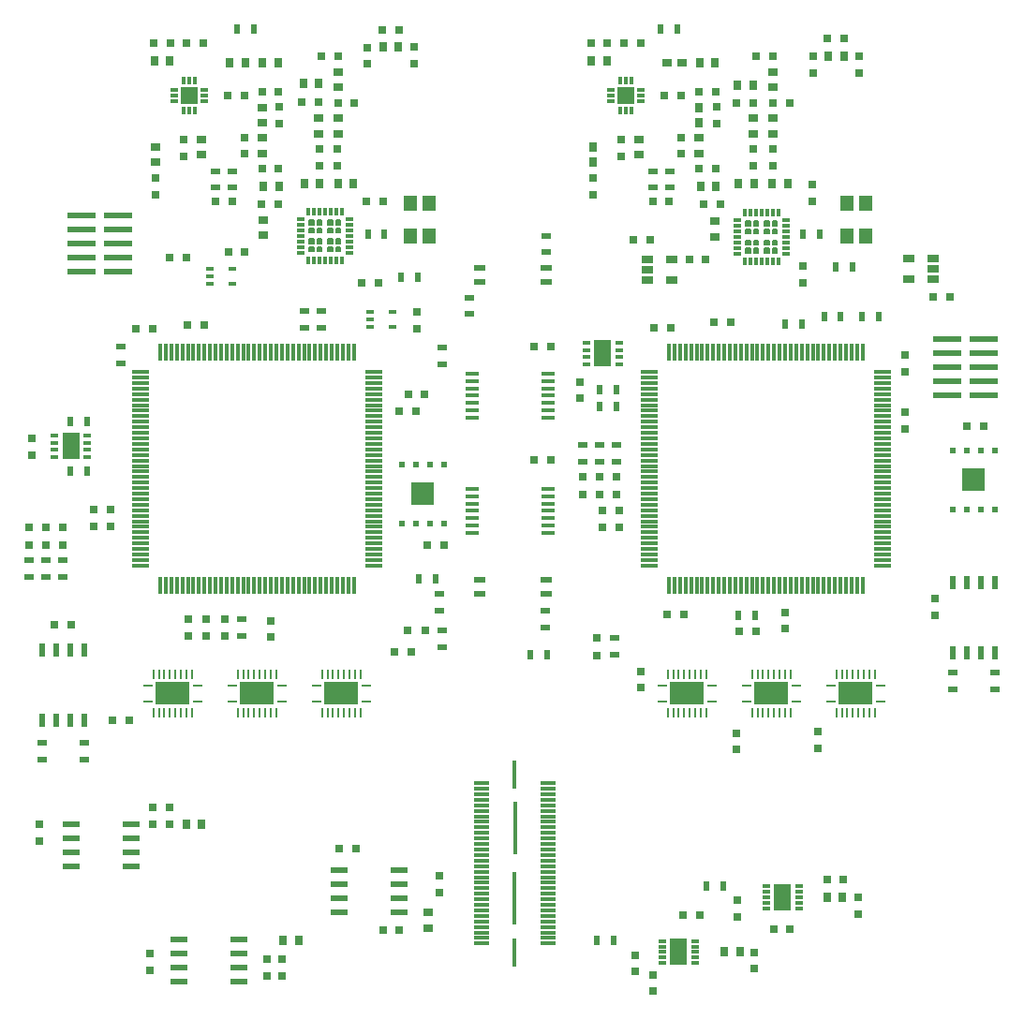
<source format=gbr>
G04 #@! TF.GenerationSoftware,KiCad,Pcbnew,no-vcs-found*
G04 #@! TF.CreationDate,2018-11-14T20:53:14-06:00*
G04 #@! TF.ProjectId,rtihu,72746968752E6B696361645F70636200,rev?*
G04 #@! TF.SameCoordinates,Original
G04 #@! TF.FileFunction,Paste,Top*
G04 #@! TF.FilePolarity,Positive*
%FSLAX46Y46*%
G04 Gerber Fmt 4.6, Leading zero omitted, Abs format (unit mm)*
G04 Created by KiCad (PCBNEW no-vcs-found) date Wed Nov 14 20:53:14 2018*
%MOMM*%
%LPD*%
G01*
G04 APERTURE LIST*
%ADD10C,0.100000*%
%ADD11C,0.150000*%
%ADD12R,0.650000X0.350000*%
%ADD13R,0.350000X0.650000*%
%ADD14R,1.600000X1.600000*%
%ADD15R,0.700000X0.300000*%
%ADD16R,0.300000X0.700000*%
%ADD17R,0.430000X2.540000*%
%ADD18R,0.430000X4.700000*%
%ADD19R,1.450000X0.305000*%
%ADD20R,1.200000X1.400000*%
%ADD21R,0.300000X1.600000*%
%ADD22R,1.600000X0.300000*%
%ADD23R,0.850000X0.280000*%
%ADD24R,0.280000X0.850000*%
%ADD25R,3.050000X2.050000*%
%ADD26R,0.500000X0.600000*%
%ADD27R,2.000000X2.000000*%
%ADD28R,0.800000X0.750000*%
%ADD29R,0.750000X0.800000*%
%ADD30R,0.800000X0.800000*%
%ADD31R,0.700000X0.900000*%
%ADD32R,0.900000X0.700000*%
%ADD33R,0.500000X0.900000*%
%ADD34R,0.900000X0.500000*%
%ADD35R,0.508000X1.143000*%
%ADD36R,0.700000X0.350000*%
%ADD37R,1.580000X2.350000*%
%ADD38R,1.200000X0.400000*%
%ADD39R,1.060000X0.650000*%
%ADD40R,0.660400X0.406400*%
%ADD41R,1.000000X0.500000*%
%ADD42R,1.550000X0.600000*%
%ADD43R,2.540000X0.508000*%
G04 APERTURE END LIST*
D10*
D11*
X177754100Y-77886100D02*
X177754100Y-78286100D01*
X177654100Y-77886100D02*
X177754100Y-77886100D01*
X177654100Y-78286100D02*
X177654100Y-77886100D01*
X177554100Y-78286100D02*
X177654100Y-78286100D01*
X177554100Y-77886100D02*
X177554100Y-78286100D01*
X177454100Y-77886100D02*
X177554100Y-77886100D01*
X177454100Y-78286100D02*
X177454100Y-77886100D01*
X177854100Y-78286100D02*
X177454100Y-78286100D01*
X177854100Y-77886100D02*
X177854100Y-78286100D01*
X177454100Y-77886100D02*
X177854100Y-77886100D01*
X177454100Y-78586100D02*
X177854100Y-78586100D01*
X177854100Y-78586100D02*
X177854100Y-78986100D01*
X177854100Y-78986100D02*
X177454100Y-78986100D01*
X177454100Y-78986100D02*
X177454100Y-78586100D01*
X177454100Y-78586100D02*
X177554100Y-78586100D01*
X177554100Y-78586100D02*
X177554100Y-78986100D01*
X177554100Y-78986100D02*
X177654100Y-78986100D01*
X177654100Y-78986100D02*
X177654100Y-78586100D01*
X177654100Y-78586100D02*
X177754100Y-78586100D01*
X177754100Y-78586100D02*
X177754100Y-78986100D01*
X178454100Y-78586100D02*
X178454100Y-78986100D01*
X178354100Y-78586100D02*
X178454100Y-78586100D01*
X178354100Y-78986100D02*
X178354100Y-78586100D01*
X178254100Y-78986100D02*
X178354100Y-78986100D01*
X178254100Y-78586100D02*
X178254100Y-78986100D01*
X178154100Y-78586100D02*
X178254100Y-78586100D01*
X178154100Y-78986100D02*
X178154100Y-78586100D01*
X178554100Y-78986100D02*
X178154100Y-78986100D01*
X178554100Y-78586100D02*
X178554100Y-78986100D01*
X178154100Y-78586100D02*
X178554100Y-78586100D01*
X178154100Y-77886100D02*
X178554100Y-77886100D01*
X178554100Y-77886100D02*
X178554100Y-78286100D01*
X178554100Y-78286100D02*
X178154100Y-78286100D01*
X178154100Y-78286100D02*
X178154100Y-77886100D01*
X178154100Y-77886100D02*
X178254100Y-77886100D01*
X178254100Y-77886100D02*
X178254100Y-78286100D01*
X178254100Y-78286100D02*
X178354100Y-78286100D01*
X178354100Y-78286100D02*
X178354100Y-77886100D01*
X178354100Y-77886100D02*
X178454100Y-77886100D01*
X178454100Y-77886100D02*
X178454100Y-78286100D01*
X178454100Y-79586100D02*
X178454100Y-79986100D01*
X178354100Y-79586100D02*
X178454100Y-79586100D01*
X178354100Y-79986100D02*
X178354100Y-79586100D01*
X178254100Y-79986100D02*
X178354100Y-79986100D01*
X178254100Y-79586100D02*
X178254100Y-79986100D01*
X178154100Y-79586100D02*
X178254100Y-79586100D01*
X178154100Y-79986100D02*
X178154100Y-79586100D01*
X178554100Y-79986100D02*
X178154100Y-79986100D01*
X178554100Y-79586100D02*
X178554100Y-79986100D01*
X178154100Y-79586100D02*
X178554100Y-79586100D01*
X178154100Y-80286100D02*
X178554100Y-80286100D01*
X178554100Y-80286100D02*
X178554100Y-80686100D01*
X178554100Y-80686100D02*
X178154100Y-80686100D01*
X178154100Y-80686100D02*
X178154100Y-80286100D01*
X178154100Y-80286100D02*
X178254100Y-80286100D01*
X178254100Y-80286100D02*
X178254100Y-80686100D01*
X178254100Y-80686100D02*
X178354100Y-80686100D01*
X178354100Y-80686100D02*
X178354100Y-80286100D01*
X178354100Y-80286100D02*
X178454100Y-80286100D01*
X178454100Y-80286100D02*
X178454100Y-80686100D01*
X177754100Y-80286100D02*
X177754100Y-80686100D01*
X177654100Y-80286100D02*
X177754100Y-80286100D01*
X177654100Y-80686100D02*
X177654100Y-80286100D01*
X177554100Y-80686100D02*
X177654100Y-80686100D01*
X177554100Y-80286100D02*
X177554100Y-80686100D01*
X177454100Y-80286100D02*
X177554100Y-80286100D01*
X177454100Y-80686100D02*
X177454100Y-80286100D01*
X177854100Y-80686100D02*
X177454100Y-80686100D01*
X177854100Y-80286100D02*
X177854100Y-80686100D01*
X177454100Y-80286100D02*
X177854100Y-80286100D01*
X177454100Y-79586100D02*
X177854100Y-79586100D01*
X177854100Y-79586100D02*
X177854100Y-79986100D01*
X177854100Y-79986100D02*
X177454100Y-79986100D01*
X177454100Y-79986100D02*
X177454100Y-79586100D01*
X177454100Y-79586100D02*
X177554100Y-79586100D01*
X177554100Y-79586100D02*
X177554100Y-79986100D01*
X177554100Y-79986100D02*
X177654100Y-79986100D01*
X177654100Y-79986100D02*
X177654100Y-79586100D01*
X177654100Y-79586100D02*
X177754100Y-79586100D01*
X177754100Y-79586100D02*
X177754100Y-79986100D01*
X179454100Y-79586100D02*
X179454100Y-79986100D01*
X179354100Y-79586100D02*
X179454100Y-79586100D01*
X179354100Y-79986100D02*
X179354100Y-79586100D01*
X179254100Y-79986100D02*
X179354100Y-79986100D01*
X179254100Y-79586100D02*
X179254100Y-79986100D01*
X179154100Y-79586100D02*
X179254100Y-79586100D01*
X179154100Y-79986100D02*
X179154100Y-79586100D01*
X179554100Y-79986100D02*
X179154100Y-79986100D01*
X179554100Y-79586100D02*
X179554100Y-79986100D01*
X179154100Y-79586100D02*
X179554100Y-79586100D01*
X179154100Y-80286100D02*
X179554100Y-80286100D01*
X179554100Y-80286100D02*
X179554100Y-80686100D01*
X179554100Y-80686100D02*
X179154100Y-80686100D01*
X179154100Y-80686100D02*
X179154100Y-80286100D01*
X179154100Y-80286100D02*
X179254100Y-80286100D01*
X179254100Y-80286100D02*
X179254100Y-80686100D01*
X179254100Y-80686100D02*
X179354100Y-80686100D01*
X179354100Y-80686100D02*
X179354100Y-80286100D01*
X179354100Y-80286100D02*
X179454100Y-80286100D01*
X179454100Y-80286100D02*
X179454100Y-80686100D01*
X180154100Y-80286100D02*
X180154100Y-80686100D01*
X180054100Y-80286100D02*
X180154100Y-80286100D01*
X180054100Y-80686100D02*
X180054100Y-80286100D01*
X179954100Y-80686100D02*
X180054100Y-80686100D01*
X179954100Y-80286100D02*
X179954100Y-80686100D01*
X179854100Y-80286100D02*
X179954100Y-80286100D01*
X179854100Y-80686100D02*
X179854100Y-80286100D01*
X180254100Y-80686100D02*
X179854100Y-80686100D01*
X180254100Y-80286100D02*
X180254100Y-80686100D01*
X179854100Y-80286100D02*
X180254100Y-80286100D01*
X179854100Y-79586100D02*
X180254100Y-79586100D01*
X180254100Y-79586100D02*
X180254100Y-79986100D01*
X180254100Y-79986100D02*
X179854100Y-79986100D01*
X179854100Y-79986100D02*
X179854100Y-79586100D01*
X179854100Y-79586100D02*
X179954100Y-79586100D01*
X179954100Y-79586100D02*
X179954100Y-79986100D01*
X179954100Y-79986100D02*
X180054100Y-79986100D01*
X180054100Y-79986100D02*
X180054100Y-79586100D01*
X180054100Y-79586100D02*
X180154100Y-79586100D01*
X180154100Y-79586100D02*
X180154100Y-79986100D01*
X180154100Y-77886100D02*
X180154100Y-78286100D01*
X180054100Y-77886100D02*
X180154100Y-77886100D01*
X180054100Y-78286100D02*
X180054100Y-77886100D01*
X179954100Y-78286100D02*
X180054100Y-78286100D01*
X179954100Y-77886100D02*
X179954100Y-78286100D01*
X179854100Y-77886100D02*
X179954100Y-77886100D01*
X179854100Y-78286100D02*
X179854100Y-77886100D01*
X180254100Y-78286100D02*
X179854100Y-78286100D01*
X180254100Y-77886100D02*
X180254100Y-78286100D01*
X179854100Y-77886100D02*
X180254100Y-77886100D01*
X179854100Y-78586100D02*
X180254100Y-78586100D01*
X180254100Y-78586100D02*
X180254100Y-78986100D01*
X180254100Y-78986100D02*
X179854100Y-78986100D01*
X179854100Y-78986100D02*
X179854100Y-78586100D01*
X179854100Y-78586100D02*
X179954100Y-78586100D01*
X179954100Y-78586100D02*
X179954100Y-78986100D01*
X179954100Y-78986100D02*
X180054100Y-78986100D01*
X180054100Y-78986100D02*
X180054100Y-78586100D01*
X180054100Y-78586100D02*
X180154100Y-78586100D01*
X180154100Y-78586100D02*
X180154100Y-78986100D01*
X179454100Y-78586100D02*
X179454100Y-78986100D01*
X179354100Y-78586100D02*
X179454100Y-78586100D01*
X179354100Y-78986100D02*
X179354100Y-78586100D01*
X179254100Y-78986100D02*
X179354100Y-78986100D01*
X179254100Y-78586100D02*
X179254100Y-78986100D01*
X179154100Y-78586100D02*
X179254100Y-78586100D01*
X179154100Y-78986100D02*
X179154100Y-78586100D01*
X179554100Y-78986100D02*
X179154100Y-78986100D01*
X179554100Y-78586100D02*
X179554100Y-78986100D01*
X179154100Y-78586100D02*
X179554100Y-78586100D01*
X179154100Y-77886100D02*
X179554100Y-77886100D01*
X179554100Y-77886100D02*
X179554100Y-78286100D01*
X179554100Y-78286100D02*
X179154100Y-78286100D01*
X179154100Y-78286100D02*
X179154100Y-77886100D01*
X179154100Y-77886100D02*
X179254100Y-77886100D01*
X179254100Y-77886100D02*
X179254100Y-78286100D01*
X179254100Y-78286100D02*
X179354100Y-78286100D01*
X179354100Y-78286100D02*
X179354100Y-77886100D01*
X179354100Y-77886100D02*
X179454100Y-77886100D01*
X179454100Y-77886100D02*
X179454100Y-78286100D01*
X217213000Y-77975000D02*
X217213000Y-78375000D01*
X217113000Y-77975000D02*
X217213000Y-77975000D01*
X217113000Y-78375000D02*
X217113000Y-77975000D01*
X217013000Y-78375000D02*
X217113000Y-78375000D01*
X217013000Y-77975000D02*
X217013000Y-78375000D01*
X216913000Y-77975000D02*
X217013000Y-77975000D01*
X216913000Y-78375000D02*
X216913000Y-77975000D01*
X217313000Y-78375000D02*
X216913000Y-78375000D01*
X217313000Y-77975000D02*
X217313000Y-78375000D01*
X216913000Y-77975000D02*
X217313000Y-77975000D01*
X216913000Y-78675000D02*
X217313000Y-78675000D01*
X217313000Y-78675000D02*
X217313000Y-79075000D01*
X217313000Y-79075000D02*
X216913000Y-79075000D01*
X216913000Y-79075000D02*
X216913000Y-78675000D01*
X216913000Y-78675000D02*
X217013000Y-78675000D01*
X217013000Y-78675000D02*
X217013000Y-79075000D01*
X217013000Y-79075000D02*
X217113000Y-79075000D01*
X217113000Y-79075000D02*
X217113000Y-78675000D01*
X217113000Y-78675000D02*
X217213000Y-78675000D01*
X217213000Y-78675000D02*
X217213000Y-79075000D01*
X217913000Y-78675000D02*
X217913000Y-79075000D01*
X217813000Y-78675000D02*
X217913000Y-78675000D01*
X217813000Y-79075000D02*
X217813000Y-78675000D01*
X217713000Y-79075000D02*
X217813000Y-79075000D01*
X217713000Y-78675000D02*
X217713000Y-79075000D01*
X217613000Y-78675000D02*
X217713000Y-78675000D01*
X217613000Y-79075000D02*
X217613000Y-78675000D01*
X218013000Y-79075000D02*
X217613000Y-79075000D01*
X218013000Y-78675000D02*
X218013000Y-79075000D01*
X217613000Y-78675000D02*
X218013000Y-78675000D01*
X217613000Y-77975000D02*
X218013000Y-77975000D01*
X218013000Y-77975000D02*
X218013000Y-78375000D01*
X218013000Y-78375000D02*
X217613000Y-78375000D01*
X217613000Y-78375000D02*
X217613000Y-77975000D01*
X217613000Y-77975000D02*
X217713000Y-77975000D01*
X217713000Y-77975000D02*
X217713000Y-78375000D01*
X217713000Y-78375000D02*
X217813000Y-78375000D01*
X217813000Y-78375000D02*
X217813000Y-77975000D01*
X217813000Y-77975000D02*
X217913000Y-77975000D01*
X217913000Y-77975000D02*
X217913000Y-78375000D01*
X217913000Y-79675000D02*
X217913000Y-80075000D01*
X217813000Y-79675000D02*
X217913000Y-79675000D01*
X217813000Y-80075000D02*
X217813000Y-79675000D01*
X217713000Y-80075000D02*
X217813000Y-80075000D01*
X217713000Y-79675000D02*
X217713000Y-80075000D01*
X217613000Y-79675000D02*
X217713000Y-79675000D01*
X217613000Y-80075000D02*
X217613000Y-79675000D01*
X218013000Y-80075000D02*
X217613000Y-80075000D01*
X218013000Y-79675000D02*
X218013000Y-80075000D01*
X217613000Y-79675000D02*
X218013000Y-79675000D01*
X217613000Y-80375000D02*
X218013000Y-80375000D01*
X218013000Y-80375000D02*
X218013000Y-80775000D01*
X218013000Y-80775000D02*
X217613000Y-80775000D01*
X217613000Y-80775000D02*
X217613000Y-80375000D01*
X217613000Y-80375000D02*
X217713000Y-80375000D01*
X217713000Y-80375000D02*
X217713000Y-80775000D01*
X217713000Y-80775000D02*
X217813000Y-80775000D01*
X217813000Y-80775000D02*
X217813000Y-80375000D01*
X217813000Y-80375000D02*
X217913000Y-80375000D01*
X217913000Y-80375000D02*
X217913000Y-80775000D01*
X217213000Y-80375000D02*
X217213000Y-80775000D01*
X217113000Y-80375000D02*
X217213000Y-80375000D01*
X217113000Y-80775000D02*
X217113000Y-80375000D01*
X217013000Y-80775000D02*
X217113000Y-80775000D01*
X217013000Y-80375000D02*
X217013000Y-80775000D01*
X216913000Y-80375000D02*
X217013000Y-80375000D01*
X216913000Y-80775000D02*
X216913000Y-80375000D01*
X217313000Y-80775000D02*
X216913000Y-80775000D01*
X217313000Y-80375000D02*
X217313000Y-80775000D01*
X216913000Y-80375000D02*
X217313000Y-80375000D01*
X216913000Y-79675000D02*
X217313000Y-79675000D01*
X217313000Y-79675000D02*
X217313000Y-80075000D01*
X217313000Y-80075000D02*
X216913000Y-80075000D01*
X216913000Y-80075000D02*
X216913000Y-79675000D01*
X216913000Y-79675000D02*
X217013000Y-79675000D01*
X217013000Y-79675000D02*
X217013000Y-80075000D01*
X217013000Y-80075000D02*
X217113000Y-80075000D01*
X217113000Y-80075000D02*
X217113000Y-79675000D01*
X217113000Y-79675000D02*
X217213000Y-79675000D01*
X217213000Y-79675000D02*
X217213000Y-80075000D01*
X218913000Y-79675000D02*
X218913000Y-80075000D01*
X218813000Y-79675000D02*
X218913000Y-79675000D01*
X218813000Y-80075000D02*
X218813000Y-79675000D01*
X218713000Y-80075000D02*
X218813000Y-80075000D01*
X218713000Y-79675000D02*
X218713000Y-80075000D01*
X218613000Y-79675000D02*
X218713000Y-79675000D01*
X218613000Y-80075000D02*
X218613000Y-79675000D01*
X219013000Y-80075000D02*
X218613000Y-80075000D01*
X219013000Y-79675000D02*
X219013000Y-80075000D01*
X218613000Y-79675000D02*
X219013000Y-79675000D01*
X218613000Y-80375000D02*
X219013000Y-80375000D01*
X219013000Y-80375000D02*
X219013000Y-80775000D01*
X219013000Y-80775000D02*
X218613000Y-80775000D01*
X218613000Y-80775000D02*
X218613000Y-80375000D01*
X218613000Y-80375000D02*
X218713000Y-80375000D01*
X218713000Y-80375000D02*
X218713000Y-80775000D01*
X218713000Y-80775000D02*
X218813000Y-80775000D01*
X218813000Y-80775000D02*
X218813000Y-80375000D01*
X218813000Y-80375000D02*
X218913000Y-80375000D01*
X218913000Y-80375000D02*
X218913000Y-80775000D01*
X219613000Y-80375000D02*
X219613000Y-80775000D01*
X219513000Y-80375000D02*
X219613000Y-80375000D01*
X219513000Y-80775000D02*
X219513000Y-80375000D01*
X219413000Y-80775000D02*
X219513000Y-80775000D01*
X219413000Y-80375000D02*
X219413000Y-80775000D01*
X219313000Y-80375000D02*
X219413000Y-80375000D01*
X219313000Y-80775000D02*
X219313000Y-80375000D01*
X219713000Y-80775000D02*
X219313000Y-80775000D01*
X219713000Y-80375000D02*
X219713000Y-80775000D01*
X219313000Y-80375000D02*
X219713000Y-80375000D01*
X219313000Y-79675000D02*
X219713000Y-79675000D01*
X219713000Y-79675000D02*
X219713000Y-80075000D01*
X219713000Y-80075000D02*
X219313000Y-80075000D01*
X219313000Y-80075000D02*
X219313000Y-79675000D01*
X219313000Y-79675000D02*
X219413000Y-79675000D01*
X219413000Y-79675000D02*
X219413000Y-80075000D01*
X219413000Y-80075000D02*
X219513000Y-80075000D01*
X219513000Y-80075000D02*
X219513000Y-79675000D01*
X219513000Y-79675000D02*
X219613000Y-79675000D01*
X219613000Y-79675000D02*
X219613000Y-80075000D01*
X219613000Y-77975000D02*
X219613000Y-78375000D01*
X219513000Y-77975000D02*
X219613000Y-77975000D01*
X219513000Y-78375000D02*
X219513000Y-77975000D01*
X219413000Y-78375000D02*
X219513000Y-78375000D01*
X219413000Y-77975000D02*
X219413000Y-78375000D01*
X219313000Y-77975000D02*
X219413000Y-77975000D01*
X219313000Y-78375000D02*
X219313000Y-77975000D01*
X219713000Y-78375000D02*
X219313000Y-78375000D01*
X219713000Y-77975000D02*
X219713000Y-78375000D01*
X219313000Y-77975000D02*
X219713000Y-77975000D01*
X219313000Y-78675000D02*
X219713000Y-78675000D01*
X219713000Y-78675000D02*
X219713000Y-79075000D01*
X219713000Y-79075000D02*
X219313000Y-79075000D01*
X219313000Y-79075000D02*
X219313000Y-78675000D01*
X219313000Y-78675000D02*
X219413000Y-78675000D01*
X219413000Y-78675000D02*
X219413000Y-79075000D01*
X219413000Y-79075000D02*
X219513000Y-79075000D01*
X219513000Y-79075000D02*
X219513000Y-78675000D01*
X219513000Y-78675000D02*
X219613000Y-78675000D01*
X219613000Y-78675000D02*
X219613000Y-79075000D01*
X218913000Y-78675000D02*
X218913000Y-79075000D01*
X218813000Y-78675000D02*
X218913000Y-78675000D01*
X218813000Y-79075000D02*
X218813000Y-78675000D01*
X218713000Y-79075000D02*
X218813000Y-79075000D01*
X218713000Y-78675000D02*
X218713000Y-79075000D01*
X218613000Y-78675000D02*
X218713000Y-78675000D01*
X218613000Y-79075000D02*
X218613000Y-78675000D01*
X219013000Y-79075000D02*
X218613000Y-79075000D01*
X219013000Y-78675000D02*
X219013000Y-79075000D01*
X218613000Y-78675000D02*
X219013000Y-78675000D01*
X218613000Y-77975000D02*
X219013000Y-77975000D01*
X219013000Y-77975000D02*
X219013000Y-78375000D01*
X219013000Y-78375000D02*
X218613000Y-78375000D01*
X218613000Y-78375000D02*
X218613000Y-77975000D01*
X218613000Y-77975000D02*
X218713000Y-77975000D01*
X218713000Y-77975000D02*
X218713000Y-78375000D01*
X218713000Y-78375000D02*
X218813000Y-78375000D01*
X218813000Y-78375000D02*
X218813000Y-77975000D01*
X218813000Y-77975000D02*
X218913000Y-77975000D01*
X218913000Y-77975000D02*
X218913000Y-78375000D01*
D12*
X176629100Y-80786100D03*
X176629100Y-80286100D03*
X176629100Y-79786100D03*
X176629100Y-77786100D03*
X176629100Y-78286100D03*
X176629100Y-78786100D03*
X176629100Y-79286100D03*
X181079100Y-80786100D03*
X181079100Y-80286100D03*
X181079100Y-79786100D03*
X181079100Y-77786100D03*
X181079100Y-78286100D03*
X181079100Y-78786100D03*
X181079100Y-79286100D03*
D13*
X177354100Y-81511100D03*
X177854100Y-81511100D03*
X178354100Y-81511100D03*
X178854100Y-81511100D03*
X179354100Y-81511100D03*
X179854100Y-81511100D03*
X180354100Y-81511100D03*
X177354100Y-77061100D03*
X177854100Y-77061100D03*
X178354100Y-77061100D03*
X179354100Y-77061100D03*
X179854100Y-77061100D03*
X180354100Y-77061100D03*
X178854100Y-77061100D03*
D12*
X216088000Y-80875000D03*
X216088000Y-80375000D03*
X216088000Y-79875000D03*
X216088000Y-77875000D03*
X216088000Y-78375000D03*
X216088000Y-78875000D03*
X216088000Y-79375000D03*
X220538000Y-80875000D03*
X220538000Y-80375000D03*
X220538000Y-79875000D03*
X220538000Y-77875000D03*
X220538000Y-78375000D03*
X220538000Y-78875000D03*
X220538000Y-79375000D03*
D13*
X216813000Y-81600000D03*
X217313000Y-81600000D03*
X217813000Y-81600000D03*
X218313000Y-81600000D03*
X218813000Y-81600000D03*
X219313000Y-81600000D03*
X219813000Y-81600000D03*
X216813000Y-77150000D03*
X217313000Y-77150000D03*
X217813000Y-77150000D03*
X218813000Y-77150000D03*
X219313000Y-77150000D03*
X219813000Y-77150000D03*
X218313000Y-77150000D03*
D14*
X206057500Y-66611500D03*
D15*
X207407500Y-67111500D03*
X207407500Y-66611500D03*
X207407500Y-66111500D03*
X204707500Y-67111500D03*
X204707500Y-66611500D03*
X204707500Y-66111500D03*
D16*
X206057500Y-65261500D03*
X206557500Y-65261500D03*
X205557500Y-65261500D03*
X206057500Y-67961500D03*
X206557500Y-67961500D03*
X205557500Y-67961500D03*
D14*
X166560500Y-66611500D03*
D15*
X167910500Y-67111500D03*
X167910500Y-66611500D03*
X167910500Y-66111500D03*
X165210500Y-67111500D03*
X165210500Y-66611500D03*
X165210500Y-66111500D03*
D16*
X166560500Y-65261500D03*
X167060500Y-65261500D03*
X166060500Y-65261500D03*
X166560500Y-67961500D03*
X167060500Y-67961500D03*
X166060500Y-67961500D03*
D17*
X196000000Y-127935000D03*
D18*
X196050000Y-132825000D03*
D17*
X196000000Y-144065000D03*
D19*
X193010000Y-137250000D03*
X193010000Y-128750000D03*
X193010000Y-129250000D03*
X193010000Y-129750000D03*
X193010000Y-130250000D03*
X193010000Y-130750000D03*
X193010000Y-131250000D03*
X193010000Y-131750000D03*
X193010000Y-132250000D03*
X193010000Y-132750000D03*
X193010000Y-133250000D03*
X193010000Y-133750000D03*
X193010000Y-134250000D03*
X193010000Y-134750000D03*
X193010000Y-135250000D03*
X193010000Y-135750000D03*
X193010000Y-136250000D03*
X193010000Y-136750000D03*
X193010000Y-137750000D03*
X193010000Y-138250000D03*
X193010000Y-138750000D03*
X193010000Y-139250000D03*
X193010000Y-139750000D03*
X193010000Y-140250000D03*
X193010000Y-140750000D03*
X193010000Y-141250000D03*
X193010000Y-141750000D03*
X193010000Y-142250000D03*
X193010000Y-142750000D03*
X193010000Y-143250000D03*
X198990000Y-143250000D03*
X198990000Y-142750000D03*
X198990000Y-142250000D03*
X198990000Y-141750000D03*
X198990000Y-141250000D03*
X198990000Y-140750000D03*
X198990000Y-140250000D03*
X198990000Y-139750000D03*
X198990000Y-139250000D03*
X198990000Y-138750000D03*
X198990000Y-138250000D03*
X198990000Y-137750000D03*
X198990000Y-136750000D03*
X198990000Y-136250000D03*
X198990000Y-135750000D03*
X198990000Y-135250000D03*
X198990000Y-134750000D03*
X198990000Y-134250000D03*
X198990000Y-133750000D03*
X198990000Y-133250000D03*
X198990000Y-132750000D03*
X198990000Y-132250000D03*
X198990000Y-131750000D03*
X198990000Y-131250000D03*
X198990000Y-130750000D03*
X198990000Y-130250000D03*
X198990000Y-129750000D03*
X198990000Y-129250000D03*
X198990000Y-128750000D03*
X198990000Y-137250000D03*
D18*
X196000000Y-139175000D03*
D20*
X226035500Y-76287500D03*
X226035500Y-79287500D03*
X227735500Y-79287500D03*
X227735500Y-76287500D03*
D21*
X163970000Y-89780000D03*
X164470000Y-89780000D03*
X164970000Y-89780000D03*
X165470000Y-89780000D03*
X165970000Y-89780000D03*
X166470000Y-89780000D03*
X166970000Y-89780000D03*
X167470000Y-89780000D03*
X167970000Y-89780000D03*
X168470000Y-89780000D03*
X168970000Y-89780000D03*
X169470000Y-89780000D03*
X169970000Y-89780000D03*
X170470000Y-89780000D03*
X170970000Y-89780000D03*
X171470000Y-89780000D03*
X171970000Y-89780000D03*
X172470000Y-89780000D03*
X172970000Y-89780000D03*
X173470000Y-89780000D03*
X173970000Y-89780000D03*
X174470000Y-89780000D03*
X174970000Y-89780000D03*
X175470000Y-89780000D03*
X175970000Y-89780000D03*
X176470000Y-89780000D03*
X176970000Y-89780000D03*
X177470000Y-89780000D03*
X177970000Y-89780000D03*
X178470000Y-89780000D03*
X178970000Y-89780000D03*
X179470000Y-89780000D03*
X179970000Y-89780000D03*
X180470000Y-89780000D03*
X180970000Y-89780000D03*
X181470000Y-89780000D03*
D22*
X183270000Y-91580000D03*
X183270000Y-92080000D03*
X183270000Y-92580000D03*
X183270000Y-93080000D03*
X183270000Y-93580000D03*
X183270000Y-94080000D03*
X183270000Y-94580000D03*
X183270000Y-95080000D03*
X183270000Y-95580000D03*
X183270000Y-96080000D03*
X183270000Y-96580000D03*
X183270000Y-97080000D03*
X183270000Y-97580000D03*
X183270000Y-98080000D03*
X183270000Y-98580000D03*
X183270000Y-99080000D03*
X183270000Y-99580000D03*
X183270000Y-100080000D03*
X183270000Y-100580000D03*
X183270000Y-101080000D03*
X183270000Y-101580000D03*
X183270000Y-102080000D03*
X183270000Y-102580000D03*
X183270000Y-103080000D03*
X183270000Y-103580000D03*
X183270000Y-104080000D03*
X183270000Y-104580000D03*
X183270000Y-105080000D03*
X183270000Y-105580000D03*
X183270000Y-106080000D03*
X183270000Y-106580000D03*
X183270000Y-107080000D03*
X183270000Y-107580000D03*
X183270000Y-108080000D03*
X183270000Y-108580000D03*
X183270000Y-109080000D03*
D21*
X181470000Y-110880000D03*
X180970000Y-110880000D03*
X180470000Y-110880000D03*
X179970000Y-110880000D03*
X179470000Y-110880000D03*
X178970000Y-110880000D03*
X178470000Y-110880000D03*
X177970000Y-110880000D03*
X177470000Y-110880000D03*
X176970000Y-110880000D03*
X176470000Y-110880000D03*
X175970000Y-110880000D03*
X175470000Y-110880000D03*
X174970000Y-110880000D03*
X174470000Y-110880000D03*
X173970000Y-110880000D03*
X173470000Y-110880000D03*
X172970000Y-110880000D03*
X172470000Y-110880000D03*
X171970000Y-110880000D03*
X171470000Y-110880000D03*
X170970000Y-110880000D03*
X170470000Y-110880000D03*
X169970000Y-110880000D03*
X169470000Y-110880000D03*
X168970000Y-110880000D03*
X168470000Y-110880000D03*
X167970000Y-110880000D03*
X167470000Y-110880000D03*
X166970000Y-110880000D03*
X166470000Y-110880000D03*
X165970000Y-110880000D03*
X165470000Y-110880000D03*
X164970000Y-110880000D03*
X164470000Y-110880000D03*
X163970000Y-110880000D03*
D22*
X162170000Y-109080000D03*
X162170000Y-108580000D03*
X162170000Y-108080000D03*
X162170000Y-107580000D03*
X162170000Y-107080000D03*
X162170000Y-106580000D03*
X162170000Y-106080000D03*
X162170000Y-105580000D03*
X162170000Y-105080000D03*
X162170000Y-104580000D03*
X162170000Y-104080000D03*
X162170000Y-103580000D03*
X162170000Y-103080000D03*
X162170000Y-102580000D03*
X162170000Y-102080000D03*
X162170000Y-101580000D03*
X162170000Y-101080000D03*
X162170000Y-100580000D03*
X162170000Y-100080000D03*
X162170000Y-99580000D03*
X162170000Y-99080000D03*
X162170000Y-98580000D03*
X162170000Y-98080000D03*
X162170000Y-97580000D03*
X162170000Y-97080000D03*
X162170000Y-96580000D03*
X162170000Y-96080000D03*
X162170000Y-95580000D03*
X162170000Y-95080000D03*
X162170000Y-94580000D03*
X162170000Y-94080000D03*
X162170000Y-93580000D03*
X162170000Y-93080000D03*
X162170000Y-92580000D03*
X162170000Y-92080000D03*
X162170000Y-91580000D03*
D23*
X182565000Y-121400000D03*
X182565000Y-119900000D03*
D24*
X182090000Y-122375000D03*
X181590000Y-122375000D03*
X181090000Y-122375000D03*
X180590000Y-122375000D03*
X180090000Y-122375000D03*
X179590000Y-122375000D03*
X179090000Y-122375000D03*
X178590000Y-122375000D03*
D25*
X180340000Y-120650000D03*
D24*
X178590000Y-118925000D03*
X179090000Y-118925000D03*
X179590000Y-118925000D03*
X180090000Y-118925000D03*
X180590000Y-118925000D03*
X181090000Y-118925000D03*
X181590000Y-118925000D03*
X182090000Y-118925000D03*
D23*
X178115000Y-119900000D03*
X178115000Y-121400000D03*
X213807000Y-121400000D03*
X213807000Y-119900000D03*
D24*
X213332000Y-122375000D03*
X212832000Y-122375000D03*
X212332000Y-122375000D03*
X211832000Y-122375000D03*
X211332000Y-122375000D03*
X210832000Y-122375000D03*
X210332000Y-122375000D03*
X209832000Y-122375000D03*
D25*
X211582000Y-120650000D03*
D24*
X209832000Y-118925000D03*
X210332000Y-118925000D03*
X210832000Y-118925000D03*
X211332000Y-118925000D03*
X211832000Y-118925000D03*
X212332000Y-118925000D03*
X212832000Y-118925000D03*
X213332000Y-118925000D03*
D23*
X209357000Y-119900000D03*
X209357000Y-121400000D03*
X167325000Y-121400000D03*
X167325000Y-119900000D03*
D24*
X166850000Y-122375000D03*
X166350000Y-122375000D03*
X165850000Y-122375000D03*
X165350000Y-122375000D03*
X164850000Y-122375000D03*
X164350000Y-122375000D03*
X163850000Y-122375000D03*
X163350000Y-122375000D03*
D25*
X165100000Y-120650000D03*
D24*
X163350000Y-118925000D03*
X163850000Y-118925000D03*
X164350000Y-118925000D03*
X164850000Y-118925000D03*
X165350000Y-118925000D03*
X165850000Y-118925000D03*
X166350000Y-118925000D03*
X166850000Y-118925000D03*
D23*
X162875000Y-119900000D03*
X162875000Y-121400000D03*
X229047000Y-121400000D03*
X229047000Y-119900000D03*
D24*
X228572000Y-122375000D03*
X228072000Y-122375000D03*
X227572000Y-122375000D03*
X227072000Y-122375000D03*
X226572000Y-122375000D03*
X226072000Y-122375000D03*
X225572000Y-122375000D03*
X225072000Y-122375000D03*
D25*
X226822000Y-120650000D03*
D24*
X225072000Y-118925000D03*
X225572000Y-118925000D03*
X226072000Y-118925000D03*
X226572000Y-118925000D03*
X227072000Y-118925000D03*
X227572000Y-118925000D03*
X228072000Y-118925000D03*
X228572000Y-118925000D03*
D23*
X224597000Y-119900000D03*
X224597000Y-121400000D03*
X174945000Y-121400000D03*
X174945000Y-119900000D03*
D24*
X174470000Y-122375000D03*
X173970000Y-122375000D03*
X173470000Y-122375000D03*
X172970000Y-122375000D03*
X172470000Y-122375000D03*
X171970000Y-122375000D03*
X171470000Y-122375000D03*
X170970000Y-122375000D03*
D25*
X172720000Y-120650000D03*
D24*
X170970000Y-118925000D03*
X171470000Y-118925000D03*
X171970000Y-118925000D03*
X172470000Y-118925000D03*
X172970000Y-118925000D03*
X173470000Y-118925000D03*
X173970000Y-118925000D03*
X174470000Y-118925000D03*
D23*
X170495000Y-119900000D03*
X170495000Y-121400000D03*
X221427000Y-121400000D03*
X221427000Y-119900000D03*
D24*
X220952000Y-122375000D03*
X220452000Y-122375000D03*
X219952000Y-122375000D03*
X219452000Y-122375000D03*
X218952000Y-122375000D03*
X218452000Y-122375000D03*
X217952000Y-122375000D03*
X217452000Y-122375000D03*
D25*
X219202000Y-120650000D03*
D24*
X217452000Y-118925000D03*
X217952000Y-118925000D03*
X218452000Y-118925000D03*
X218952000Y-118925000D03*
X219452000Y-118925000D03*
X219952000Y-118925000D03*
X220452000Y-118925000D03*
X220952000Y-118925000D03*
D23*
X216977000Y-119900000D03*
X216977000Y-121400000D03*
D26*
X189611000Y-99916000D03*
X188341000Y-99916000D03*
X187071000Y-99916000D03*
X185801000Y-99916000D03*
X185801000Y-105316000D03*
X187071000Y-105316000D03*
X188341000Y-105316000D03*
X189611000Y-105316000D03*
D27*
X187706000Y-102616000D03*
D26*
X235585000Y-104046000D03*
X236855000Y-104046000D03*
X238125000Y-104046000D03*
X239395000Y-104046000D03*
X239395000Y-98646000D03*
X238125000Y-98646000D03*
X236855000Y-98646000D03*
X235585000Y-98646000D03*
D27*
X237490000Y-101346000D03*
D28*
X215507000Y-87122000D03*
X214007000Y-87122000D03*
X210109500Y-87566500D03*
X208609500Y-87566500D03*
X203974000Y-104140000D03*
X205474000Y-104140000D03*
X205474000Y-105664000D03*
X203974000Y-105664000D03*
D29*
X231267000Y-95198500D03*
X231267000Y-96698500D03*
X231267000Y-91555000D03*
X231267000Y-90055000D03*
D28*
X211316000Y-113474500D03*
X209816000Y-113474500D03*
X217793000Y-115062000D03*
X216293000Y-115062000D03*
D29*
X220472000Y-113296000D03*
X220472000Y-114796000D03*
D28*
X212673500Y-73215500D03*
X214173500Y-73215500D03*
D29*
X211074000Y-70370000D03*
X211074000Y-71870000D03*
X214249000Y-69139500D03*
X214249000Y-67639500D03*
X212673500Y-66230500D03*
X214173500Y-66230500D03*
D28*
X209982500Y-76200000D03*
X208482500Y-76200000D03*
D29*
X211062000Y-66611500D03*
X209562000Y-66611500D03*
X207379000Y-61849000D03*
X205879000Y-61849000D03*
X227139500Y-63067500D03*
X227139500Y-64567500D03*
D28*
X205613000Y-70560500D03*
X205613000Y-72060500D03*
X224294000Y-61468000D03*
X225794000Y-61468000D03*
D29*
X222948500Y-64567500D03*
X222948500Y-63067500D03*
D28*
X203073000Y-75553000D03*
X203073000Y-74053000D03*
D29*
X202894500Y-61849000D03*
X204394500Y-61849000D03*
D28*
X219317000Y-63055500D03*
X217817000Y-63055500D03*
X220841000Y-67246500D03*
X219341000Y-67246500D03*
X213284500Y-81407000D03*
X211784500Y-81407000D03*
X216039000Y-67246500D03*
X217539000Y-67246500D03*
D29*
X219329000Y-71449500D03*
X219329000Y-72949500D03*
X217551000Y-71449500D03*
X217551000Y-72949500D03*
X222885000Y-74624500D03*
X222885000Y-76124500D03*
D28*
X214618000Y-76390500D03*
X213118000Y-76390500D03*
D29*
X222059500Y-83490500D03*
X222059500Y-81990500D03*
X208534000Y-146062000D03*
X208534000Y-147562000D03*
D28*
X219404500Y-141922500D03*
X220904500Y-141922500D03*
D29*
X206883000Y-145784000D03*
X206883000Y-144284000D03*
X216090500Y-139331000D03*
X216090500Y-140831000D03*
D28*
X211213000Y-140652500D03*
X212713000Y-140652500D03*
X225730500Y-137477500D03*
X224230500Y-137477500D03*
D29*
X217678000Y-145530000D03*
X217678000Y-144030000D03*
X227076000Y-139077000D03*
X227076000Y-140577000D03*
D28*
X206768000Y-79629000D03*
X208268000Y-79629000D03*
X235319000Y-84836000D03*
X233819000Y-84836000D03*
D29*
X233997500Y-113589500D03*
X233997500Y-112089500D03*
X201930000Y-92468000D03*
X201930000Y-93968000D03*
D28*
X236867000Y-96520000D03*
X238367000Y-96520000D03*
X159651000Y-123063000D03*
X161151000Y-123063000D03*
D29*
X223393000Y-124091000D03*
X223393000Y-125591000D03*
D28*
X197751000Y-89281000D03*
X199251000Y-89281000D03*
X199251000Y-99568000D03*
X197751000Y-99568000D03*
X186678000Y-116903500D03*
X185178000Y-116903500D03*
D29*
X207391000Y-120130000D03*
X207391000Y-118630000D03*
X169799000Y-113931000D03*
X169799000Y-115431000D03*
X216027000Y-124218000D03*
X216027000Y-125718000D03*
D28*
X166445500Y-87312500D03*
X167945500Y-87312500D03*
X163310000Y-87693500D03*
X161810000Y-87693500D03*
X158000000Y-104013000D03*
X159500000Y-104013000D03*
X159500000Y-105537000D03*
X158000000Y-105537000D03*
X187059000Y-95123000D03*
X185559000Y-95123000D03*
X186384500Y-93599000D03*
X187884500Y-93599000D03*
D29*
X166497000Y-113931000D03*
X166497000Y-115431000D03*
X168148000Y-115431000D03*
X168148000Y-113931000D03*
X173990000Y-115558000D03*
X173990000Y-114058000D03*
D28*
X154444000Y-114427000D03*
X155944000Y-114427000D03*
D29*
X152400000Y-99111500D03*
X152400000Y-97611500D03*
D28*
X188099000Y-107251500D03*
X189599000Y-107251500D03*
X174676500Y-73215500D03*
X173176500Y-73215500D03*
D29*
X171577000Y-70370000D03*
X171577000Y-71870000D03*
X174752000Y-67639500D03*
X174752000Y-69139500D03*
D28*
X173176500Y-66230500D03*
X174676500Y-66230500D03*
X170485500Y-76200000D03*
X168985500Y-76200000D03*
X170065000Y-66611500D03*
X171565000Y-66611500D03*
X167882000Y-61849000D03*
X166382000Y-61849000D03*
D29*
X186880500Y-62178500D03*
X186880500Y-63678500D03*
X166116000Y-72060500D03*
X166116000Y-70560500D03*
D28*
X185535000Y-60642500D03*
X184035000Y-60642500D03*
D29*
X182689500Y-63742000D03*
X182689500Y-62242000D03*
X163576000Y-74053000D03*
X163576000Y-75553000D03*
D28*
X164897500Y-61849000D03*
X163397500Y-61849000D03*
X178574000Y-63055500D03*
X180074000Y-63055500D03*
X181534500Y-67246500D03*
X180034500Y-67246500D03*
X166358000Y-81216500D03*
X164858000Y-81216500D03*
X176796000Y-67183000D03*
X178296000Y-67183000D03*
D29*
X180009800Y-72936800D03*
X180009800Y-71436800D03*
X178358800Y-71436800D03*
X178358800Y-72936800D03*
D28*
X184138000Y-76200000D03*
X182638000Y-76200000D03*
X174638400Y-76415900D03*
X173138400Y-76415900D03*
X182193500Y-83502500D03*
X183693500Y-83502500D03*
D29*
X163068000Y-145657000D03*
X163068000Y-144157000D03*
X153035000Y-133973000D03*
X153035000Y-132473000D03*
X175006000Y-144665000D03*
X175006000Y-146165000D03*
X163322000Y-132449000D03*
X163322000Y-130949000D03*
X173609000Y-146165000D03*
X173609000Y-144665000D03*
X164846000Y-130949000D03*
X164846000Y-132449000D03*
X187198000Y-86181500D03*
X187198000Y-87681500D03*
D28*
X171628500Y-80708500D03*
X170128500Y-80708500D03*
D30*
X203708000Y-102654000D03*
X203708000Y-101054000D03*
X205232000Y-101054000D03*
X205232000Y-102654000D03*
X202184000Y-102654000D03*
X202184000Y-101054000D03*
X155194000Y-107226000D03*
X155194000Y-105626000D03*
X153670000Y-105626000D03*
X153670000Y-107226000D03*
X152146000Y-107226000D03*
X152146000Y-105626000D03*
D31*
X214187000Y-74803000D03*
X212787000Y-74803000D03*
D32*
X212661500Y-71820000D03*
X212661500Y-70420000D03*
D31*
X212661500Y-67689500D03*
X212661500Y-69089500D03*
X212723500Y-63627000D03*
X214123500Y-63627000D03*
D32*
X211139000Y-63627000D03*
X209739000Y-63627000D03*
X207200500Y-70547000D03*
X207200500Y-71947000D03*
D31*
X224344000Y-63055500D03*
X225744000Y-63055500D03*
X203073000Y-72645500D03*
X203073000Y-71245500D03*
X204344000Y-63436500D03*
X202944000Y-63436500D03*
D32*
X219329000Y-64451000D03*
X219329000Y-65851000D03*
D31*
X216152500Y-65659000D03*
X217552500Y-65659000D03*
D32*
X219329000Y-68642000D03*
X219329000Y-70042000D03*
X217551000Y-68642000D03*
X217551000Y-70042000D03*
D31*
X217616000Y-74549000D03*
X216216000Y-74549000D03*
X220664000Y-74549000D03*
X219264000Y-74549000D03*
D32*
X214058500Y-79376500D03*
X214058500Y-77976500D03*
D31*
X216346000Y-144018000D03*
X214946000Y-144018000D03*
X225617000Y-139065000D03*
X224217000Y-139065000D03*
X173290000Y-74803000D03*
X174690000Y-74803000D03*
D32*
X173164500Y-70420000D03*
X173164500Y-71820000D03*
X173164500Y-69089500D03*
X173164500Y-67689500D03*
D31*
X173226500Y-63627000D03*
X174626500Y-63627000D03*
X171642000Y-63627000D03*
X170242000Y-63627000D03*
D32*
X167703500Y-71947000D03*
X167703500Y-70547000D03*
D31*
X184085000Y-62230000D03*
X185485000Y-62230000D03*
D32*
X163576000Y-71245500D03*
X163576000Y-72645500D03*
D31*
X163447500Y-63436500D03*
X164847500Y-63436500D03*
D32*
X180086000Y-64451000D03*
X180086000Y-65851000D03*
D31*
X176896800Y-65455800D03*
X178296800Y-65455800D03*
D32*
X180086000Y-70042000D03*
X180086000Y-68642000D03*
X178308000Y-68642000D03*
X178308000Y-70042000D03*
D31*
X178373000Y-74549000D03*
X176973000Y-74549000D03*
X181421000Y-74549000D03*
X180021000Y-74549000D03*
D32*
X173316900Y-77811400D03*
X173316900Y-79211400D03*
D31*
X175068000Y-143002000D03*
X176468000Y-143002000D03*
X166305000Y-132461000D03*
X167705000Y-132461000D03*
D33*
X221984000Y-87249000D03*
X220484000Y-87249000D03*
X225476500Y-86550500D03*
X223976500Y-86550500D03*
X228905500Y-86550500D03*
X227405500Y-86550500D03*
D34*
X209994500Y-73418000D03*
X209994500Y-74918000D03*
X208470500Y-74918000D03*
X208470500Y-73418000D03*
D33*
X226556000Y-82105500D03*
X225056000Y-82105500D03*
X222071500Y-79121000D03*
X223571500Y-79121000D03*
X204966000Y-143002000D03*
X203466000Y-143002000D03*
X213372000Y-138049000D03*
X214872000Y-138049000D03*
X203720000Y-93218000D03*
X205220000Y-93218000D03*
X205220000Y-94742000D03*
X203720000Y-94742000D03*
D34*
X235585000Y-120257000D03*
X235585000Y-118757000D03*
X239395000Y-120257000D03*
X239395000Y-118757000D03*
X203708000Y-99683000D03*
X203708000Y-98183000D03*
X205232000Y-98183000D03*
X205232000Y-99683000D03*
X202184000Y-99683000D03*
X202184000Y-98183000D03*
X191871600Y-84848000D03*
X191871600Y-86348000D03*
X198818500Y-80760000D03*
X198818500Y-79260000D03*
X198755000Y-113169000D03*
X198755000Y-114669000D03*
X189230000Y-111645000D03*
X189230000Y-113145000D03*
X177038000Y-86054500D03*
X177038000Y-87554500D03*
X178562000Y-87554500D03*
X178562000Y-86054500D03*
X189484000Y-90856500D03*
X189484000Y-89356500D03*
X155194000Y-110097000D03*
X155194000Y-108597000D03*
X153670000Y-110097000D03*
X153670000Y-108597000D03*
X152146000Y-108597000D03*
X152146000Y-110097000D03*
X153289000Y-125107000D03*
X153289000Y-126607000D03*
D33*
X157341000Y-100584000D03*
X155841000Y-100584000D03*
D34*
X157099000Y-125107000D03*
X157099000Y-126607000D03*
D33*
X155841000Y-96075500D03*
X157341000Y-96075500D03*
D34*
X170497500Y-73418000D03*
X170497500Y-74918000D03*
X168973500Y-74918000D03*
X168973500Y-73418000D03*
D33*
X187211400Y-83019900D03*
X185711400Y-83019900D03*
X184226900Y-79133700D03*
X182726900Y-79133700D03*
D22*
X208144000Y-91580000D03*
X208144000Y-92080000D03*
X208144000Y-92580000D03*
X208144000Y-93080000D03*
X208144000Y-93580000D03*
X208144000Y-94080000D03*
X208144000Y-94580000D03*
X208144000Y-95080000D03*
X208144000Y-95580000D03*
X208144000Y-96080000D03*
X208144000Y-96580000D03*
X208144000Y-97080000D03*
X208144000Y-97580000D03*
X208144000Y-98080000D03*
X208144000Y-98580000D03*
X208144000Y-99080000D03*
X208144000Y-99580000D03*
X208144000Y-100080000D03*
X208144000Y-100580000D03*
X208144000Y-101080000D03*
X208144000Y-101580000D03*
X208144000Y-102080000D03*
X208144000Y-102580000D03*
X208144000Y-103080000D03*
X208144000Y-103580000D03*
X208144000Y-104080000D03*
X208144000Y-104580000D03*
X208144000Y-105080000D03*
X208144000Y-105580000D03*
X208144000Y-106080000D03*
X208144000Y-106580000D03*
X208144000Y-107080000D03*
X208144000Y-107580000D03*
X208144000Y-108080000D03*
X208144000Y-108580000D03*
X208144000Y-109080000D03*
D21*
X209944000Y-110880000D03*
X210444000Y-110880000D03*
X210944000Y-110880000D03*
X211444000Y-110880000D03*
X211944000Y-110880000D03*
X212444000Y-110880000D03*
X212944000Y-110880000D03*
X213444000Y-110880000D03*
X213944000Y-110880000D03*
X214444000Y-110880000D03*
X214944000Y-110880000D03*
X215444000Y-110880000D03*
X215944000Y-110880000D03*
X216444000Y-110880000D03*
X216944000Y-110880000D03*
X217444000Y-110880000D03*
X217944000Y-110880000D03*
X218444000Y-110880000D03*
X218944000Y-110880000D03*
X219444000Y-110880000D03*
X219944000Y-110880000D03*
X220444000Y-110880000D03*
X220944000Y-110880000D03*
X221444000Y-110880000D03*
X221944000Y-110880000D03*
X222444000Y-110880000D03*
X222944000Y-110880000D03*
X223444000Y-110880000D03*
X223944000Y-110880000D03*
X224444000Y-110880000D03*
X224944000Y-110880000D03*
X225444000Y-110880000D03*
X225944000Y-110880000D03*
X226444000Y-110880000D03*
X226944000Y-110880000D03*
X227444000Y-110880000D03*
D22*
X229244000Y-109080000D03*
X229244000Y-108580000D03*
X229244000Y-108080000D03*
X229244000Y-107580000D03*
X229244000Y-107080000D03*
X229244000Y-106580000D03*
X229244000Y-106080000D03*
X229244000Y-105580000D03*
X229244000Y-105080000D03*
X229244000Y-104580000D03*
X229244000Y-104080000D03*
X229244000Y-103580000D03*
X229244000Y-103080000D03*
X229244000Y-102580000D03*
X229244000Y-102080000D03*
X229244000Y-101580000D03*
X229244000Y-101080000D03*
X229244000Y-100580000D03*
X229244000Y-100080000D03*
X229244000Y-99580000D03*
X229244000Y-99080000D03*
X229244000Y-98580000D03*
X229244000Y-98080000D03*
X229244000Y-97580000D03*
X229244000Y-97080000D03*
X229244000Y-96580000D03*
X229244000Y-96080000D03*
X229244000Y-95580000D03*
X229244000Y-95080000D03*
X229244000Y-94580000D03*
X229244000Y-94080000D03*
X229244000Y-93580000D03*
X229244000Y-93080000D03*
X229244000Y-92580000D03*
X229244000Y-92080000D03*
X229244000Y-91580000D03*
D21*
X227444000Y-89780000D03*
X226944000Y-89780000D03*
X226444000Y-89780000D03*
X225944000Y-89780000D03*
X225444000Y-89780000D03*
X224944000Y-89780000D03*
X224444000Y-89780000D03*
X223944000Y-89780000D03*
X223444000Y-89780000D03*
X222944000Y-89780000D03*
X222444000Y-89780000D03*
X221944000Y-89780000D03*
X221444000Y-89780000D03*
X220944000Y-89780000D03*
X220444000Y-89780000D03*
X219944000Y-89780000D03*
X219444000Y-89780000D03*
X218944000Y-89780000D03*
X218444000Y-89780000D03*
X217944000Y-89780000D03*
X217444000Y-89780000D03*
X216944000Y-89780000D03*
X216444000Y-89780000D03*
X215944000Y-89780000D03*
X215444000Y-89780000D03*
X214944000Y-89780000D03*
X214444000Y-89780000D03*
X213944000Y-89780000D03*
X213444000Y-89780000D03*
X212944000Y-89780000D03*
X212444000Y-89780000D03*
X211944000Y-89780000D03*
X211444000Y-89780000D03*
X210944000Y-89780000D03*
X210444000Y-89780000D03*
X209944000Y-89780000D03*
D35*
X239395000Y-116967000D03*
X238125000Y-116967000D03*
X236855000Y-116967000D03*
X235585000Y-116967000D03*
X235585000Y-110617000D03*
X236855000Y-110617000D03*
X238125000Y-110617000D03*
X239395000Y-110617000D03*
X157099000Y-116713000D03*
X155829000Y-116713000D03*
X154559000Y-116713000D03*
X153289000Y-116713000D03*
X153289000Y-123063000D03*
X154559000Y-123063000D03*
X155829000Y-123063000D03*
X157099000Y-123063000D03*
D20*
X188238500Y-76287500D03*
X188238500Y-79287500D03*
X186538500Y-79287500D03*
X186538500Y-76287500D03*
D36*
X202512000Y-90891000D03*
X202512000Y-90241000D03*
X202487000Y-89591000D03*
X202487000Y-88941000D03*
D37*
X203962000Y-89916000D03*
D36*
X205437000Y-90891000D03*
X205437000Y-90241000D03*
X205437000Y-89591000D03*
X205437000Y-88941000D03*
X157367500Y-97323000D03*
X157367500Y-97973000D03*
X157367500Y-98623000D03*
X157367500Y-99273000D03*
D37*
X155892500Y-98298000D03*
D36*
X154417500Y-97323000D03*
X154417500Y-97973000D03*
X154442500Y-98623000D03*
X154442500Y-99273000D03*
D38*
X192130000Y-91776000D03*
X192130000Y-92426000D03*
X192130000Y-93076000D03*
X192130000Y-93726000D03*
X192130000Y-94376000D03*
X192130000Y-95026000D03*
X192130000Y-95676000D03*
X199030000Y-95676000D03*
X199030000Y-95026000D03*
X199030000Y-94376000D03*
X199030000Y-93726000D03*
X199030000Y-93076000D03*
X199030000Y-92426000D03*
X199030000Y-91776000D03*
X199030000Y-102190000D03*
X199030000Y-102840000D03*
X199030000Y-103490000D03*
X199030000Y-104140000D03*
X199030000Y-104790000D03*
X199030000Y-105440000D03*
X199030000Y-106090000D03*
X192130000Y-106090000D03*
X192130000Y-105440000D03*
X192130000Y-104790000D03*
X192130000Y-104140000D03*
X192130000Y-103490000D03*
X192130000Y-102840000D03*
X192130000Y-102190000D03*
D15*
X209345000Y-145018000D03*
D37*
X210820000Y-144018000D03*
D15*
X209345000Y-143018000D03*
X209345000Y-143518000D03*
X209345000Y-144018000D03*
X209345000Y-144518000D03*
X212295000Y-144518000D03*
X212295000Y-144018000D03*
X212295000Y-143518000D03*
X212295000Y-143018000D03*
X212295000Y-145018000D03*
X221693000Y-140065000D03*
X221693000Y-138065000D03*
X221693000Y-138565000D03*
X221693000Y-139065000D03*
X221693000Y-139565000D03*
X218743000Y-139565000D03*
X218743000Y-139065000D03*
X218743000Y-138565000D03*
X218743000Y-138065000D03*
D37*
X220218000Y-139065000D03*
D15*
X218743000Y-140065000D03*
D39*
X231627500Y-83182500D03*
X231627500Y-81282500D03*
X233827500Y-81282500D03*
X233827500Y-82232500D03*
X233827500Y-83182500D03*
X208005500Y-81409500D03*
X208005500Y-82359500D03*
X208005500Y-83309500D03*
X210205500Y-83309500D03*
X210205500Y-81409500D03*
D40*
X184975500Y-86144100D03*
X184975500Y-87464900D03*
X182943500Y-86804500D03*
X182943500Y-87464900D03*
X182943500Y-86144100D03*
X168465500Y-82270600D03*
X168465500Y-83591400D03*
X168465500Y-82931000D03*
X170497500Y-83591400D03*
X170497500Y-82270600D03*
D41*
X198834000Y-82169000D03*
X198834000Y-83439000D03*
X192834000Y-83439000D03*
X192834000Y-82169000D03*
X198834000Y-111633000D03*
X198834000Y-110363000D03*
X192834000Y-110363000D03*
X192834000Y-111633000D03*
D42*
X171102000Y-142875000D03*
X171102000Y-144145000D03*
X171102000Y-145415000D03*
X171102000Y-146685000D03*
X165702000Y-146685000D03*
X165702000Y-145415000D03*
X165702000Y-144145000D03*
X165702000Y-142875000D03*
X155923000Y-132461000D03*
X155923000Y-133731000D03*
X155923000Y-135001000D03*
X155923000Y-136271000D03*
X161323000Y-136271000D03*
X161323000Y-135001000D03*
X161323000Y-133731000D03*
X161323000Y-132461000D03*
D34*
X160401000Y-89293000D03*
X160401000Y-90793000D03*
D33*
X217729500Y-113601500D03*
X216229500Y-113601500D03*
D34*
X171323000Y-115431000D03*
X171323000Y-113931000D03*
D43*
X238379000Y-88646000D03*
X238379000Y-89916000D03*
X238379000Y-93726000D03*
X238379000Y-92456000D03*
X238379000Y-91186000D03*
X235077000Y-88646000D03*
X235077000Y-89916000D03*
X235077000Y-93726000D03*
X235077000Y-92456000D03*
X235077000Y-91186000D03*
X160147000Y-80010000D03*
X160147000Y-78740000D03*
X160147000Y-77470000D03*
X160147000Y-81280000D03*
X160147000Y-82550000D03*
X156845000Y-80010000D03*
X156845000Y-78740000D03*
X156845000Y-77470000D03*
X156845000Y-81280000D03*
X156845000Y-82550000D03*
D30*
X187934500Y-114935000D03*
X186334500Y-114935000D03*
X203454000Y-117182800D03*
X203454000Y-115582800D03*
D34*
X189484000Y-114947000D03*
X189484000Y-116447000D03*
X205028800Y-117132800D03*
X205028800Y-115632800D03*
D33*
X198933500Y-117157500D03*
X197433500Y-117157500D03*
X188837000Y-110299500D03*
X187337000Y-110299500D03*
D28*
X180161500Y-134683500D03*
X181661500Y-134683500D03*
X185598500Y-142049500D03*
X184098500Y-142049500D03*
D29*
X189230000Y-137108500D03*
X189230000Y-138608500D03*
D32*
X188150500Y-140460500D03*
X188150500Y-141860500D03*
D42*
X180180000Y-136652000D03*
X180180000Y-137922000D03*
X180180000Y-139192000D03*
X180180000Y-140462000D03*
X185580000Y-140462000D03*
X185580000Y-139192000D03*
X185580000Y-137922000D03*
X185580000Y-136652000D03*
D33*
X210681000Y-60579000D03*
X209181000Y-60579000D03*
X170954000Y-60579000D03*
X172454000Y-60579000D03*
M02*

</source>
